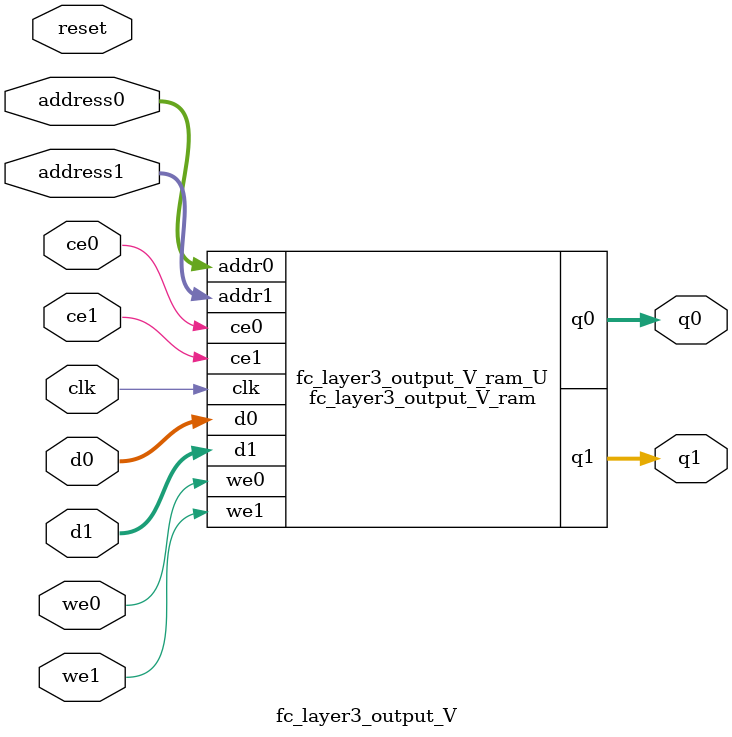
<source format=v>

`timescale 1 ns / 1 ps
module fc_layer3_output_V_ram (addr0, ce0, d0, we0, q0, addr1, ce1, d1, we1, q1,  clk);

parameter DWIDTH = 16;
parameter AWIDTH = 4;
parameter MEM_SIZE = 10;

input[AWIDTH-1:0] addr0;
input ce0;
input[DWIDTH-1:0] d0;
input we0;
output reg[DWIDTH-1:0] q0;
input[AWIDTH-1:0] addr1;
input ce1;
input[DWIDTH-1:0] d1;
input we1;
output reg[DWIDTH-1:0] q1;
input clk;

(* ram_style = "block" *)reg [DWIDTH-1:0] ram[0:MEM_SIZE-1];




always @(posedge clk)  
begin 
    if (ce0) 
    begin
        if (we0) 
        begin 
            ram[addr0] <= d0; 
            q0 <= d0;
        end 
        else 
            q0 <= ram[addr0];
    end
end


always @(posedge clk)  
begin 
    if (ce1) 
    begin
        if (we1) 
        begin 
            ram[addr1] <= d1; 
            q1 <= d1;
        end 
        else 
            q1 <= ram[addr1];
    end
end


endmodule


`timescale 1 ns / 1 ps
module fc_layer3_output_V(
    reset,
    clk,
    address0,
    ce0,
    we0,
    d0,
    q0,
    address1,
    ce1,
    we1,
    d1,
    q1);

parameter DataWidth = 32'd16;
parameter AddressRange = 32'd10;
parameter AddressWidth = 32'd4;
input reset;
input clk;
input[AddressWidth - 1:0] address0;
input ce0;
input we0;
input[DataWidth - 1:0] d0;
output[DataWidth - 1:0] q0;
input[AddressWidth - 1:0] address1;
input ce1;
input we1;
input[DataWidth - 1:0] d1;
output[DataWidth - 1:0] q1;



fc_layer3_output_V_ram fc_layer3_output_V_ram_U(
    .clk( clk ),
    .addr0( address0 ),
    .ce0( ce0 ),
    .d0( d0 ),
    .we0( we0 ),
    .q0( q0 ),
    .addr1( address1 ),
    .ce1( ce1 ),
    .d1( d1 ),
    .we1( we1 ),
    .q1( q1 ));

endmodule


</source>
